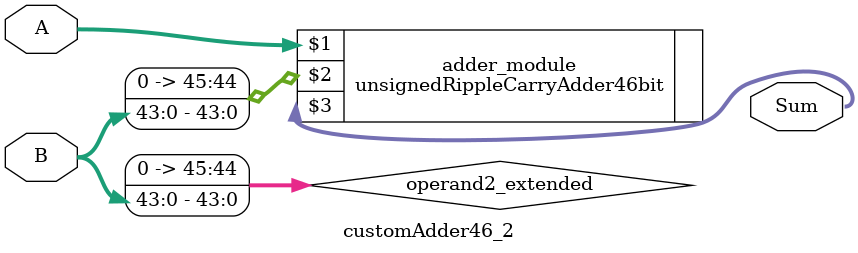
<source format=v>
module customAdder46_2(
                        input [45 : 0] A,
                        input [43 : 0] B,
                        
                        output [46 : 0] Sum
                );

        wire [45 : 0] operand2_extended;
        
        assign operand2_extended =  {2'b0, B};
        
        unsignedRippleCarryAdder46bit adder_module(
            A,
            operand2_extended,
            Sum
        );
        
        endmodule
        
</source>
